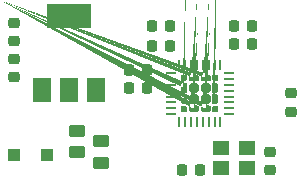
<source format=gbr>
G04 #@! TF.GenerationSoftware,KiCad,Pcbnew,6.0.4+dfsg-1+b1*
G04 #@! TF.CreationDate,2022-05-02T16:53:39-04:00*
G04 #@! TF.ProjectId,PortaNet,506f7274-614e-4657-942e-6b696361645f,4.0*
G04 #@! TF.SameCoordinates,Original*
G04 #@! TF.FileFunction,Paste,Top*
G04 #@! TF.FilePolarity,Positive*
%FSLAX46Y46*%
G04 Gerber Fmt 4.6, Leading zero omitted, Abs format (unit mm)*
G04 Created by KiCad (PCBNEW 6.0.4+dfsg-1+b1) date 2022-05-02 16:53:39*
%MOMM*%
%LPD*%
G01*
G04 APERTURE LIST*
G04 Aperture macros list*
%AMRoundRect*
0 Rectangle with rounded corners*
0 $1 Rounding radius*
0 $2 $3 $4 $5 $6 $7 $8 $9 X,Y pos of 4 corners*
0 Add a 4 corners polygon primitive as box body*
4,1,4,$2,$3,$4,$5,$6,$7,$8,$9,$2,$3,0*
0 Add four circle primitives for the rounded corners*
1,1,$1+$1,$2,$3*
1,1,$1+$1,$4,$5*
1,1,$1+$1,$6,$7*
1,1,$1+$1,$8,$9*
0 Add four rect primitives between the rounded corners*
20,1,$1+$1,$2,$3,$4,$5,0*
20,1,$1+$1,$4,$5,$6,$7,0*
20,1,$1+$1,$6,$7,$8,$9,0*
20,1,$1+$1,$8,$9,$2,$3,0*%
%AMFreePoly0*
4,1,51,0.327450,0.260031,0.331254,0.260702,0.334599,0.258771,0.345896,0.256779,0.363205,0.242255,0.382768,0.230960,0.385451,0.223587,0.391463,0.218543,0.395386,0.196292,0.403113,0.175064,0.403113,-0.103025,0.402175,-0.108344,0.402781,-0.110605,0.401166,-0.114069,0.397869,-0.132767,0.385665,-0.147310,0.377643,-0.164515,0.305603,-0.236554,0.301181,-0.239651,0.300010,-0.241678,
0.296417,-0.242986,0.280864,-0.253876,0.261952,-0.255530,0.244114,-0.262023,-0.244114,-0.262023,-0.249430,-0.261086,-0.251692,-0.261692,-0.255158,-0.260076,-0.273856,-0.256779,-0.288398,-0.244576,-0.305603,-0.236554,-0.377643,-0.164515,-0.380740,-0.160092,-0.382768,-0.158921,-0.384076,-0.155329,-0.394966,-0.139776,-0.396621,-0.120862,-0.403113,-0.103025,-0.403113,0.175064,-0.401121,0.186360,
-0.401792,0.190164,-0.399861,0.193509,-0.397869,0.204806,-0.383345,0.222115,-0.372050,0.241678,-0.364677,0.244361,-0.359633,0.250373,-0.337382,0.254296,-0.316154,0.262023,0.316154,0.262023,0.327450,0.260031,0.327450,0.260031,$1*%
%AMFreePoly1*
4,1,48,0.167798,0.256593,0.185367,0.256593,0.199581,0.246266,0.216293,0.240836,0.226621,0.226621,0.240836,0.216293,0.246266,0.199581,0.256593,0.185367,0.256593,0.167798,0.262023,0.151086,0.262023,-0.059182,0.259257,-0.067696,0.260657,-0.076536,0.248864,-0.099680,0.240836,-0.124389,0.233594,-0.129651,0.229530,-0.137626,0.137626,-0.229530,0.129651,-0.233594,0.124389,-0.240836,
0.099682,-0.248864,0.076537,-0.260657,0.067696,-0.259257,0.059182,-0.262023,-0.151086,-0.262023,-0.167798,-0.256593,-0.185367,-0.256593,-0.199581,-0.246266,-0.216293,-0.240836,-0.226621,-0.226621,-0.240836,-0.216293,-0.246266,-0.199581,-0.256593,-0.185367,-0.256593,-0.167798,-0.262023,-0.151086,-0.262023,0.151086,-0.256593,0.167798,-0.256593,0.185367,-0.246266,0.199581,-0.240836,0.216293,
-0.226621,0.226621,-0.216293,0.240836,-0.199581,0.246266,-0.185367,0.256593,-0.167798,0.256593,-0.151086,0.262023,0.151086,0.262023,0.167798,0.256593,0.167798,0.256593,$1*%
%AMFreePoly2*
4,1,51,0.108341,0.402176,0.110604,0.402782,0.114071,0.401165,0.132767,0.397869,0.147310,0.385666,0.164515,0.377643,0.236554,0.305603,0.239651,0.301181,0.241678,0.300010,0.242986,0.296417,0.253876,0.280864,0.255530,0.261953,0.262023,0.244114,0.262023,-0.244114,0.261086,-0.249430,0.261692,-0.251692,0.260076,-0.255158,0.256779,-0.273856,0.244576,-0.288398,0.236554,-0.305603,
0.164515,-0.377643,0.160092,-0.380740,0.158921,-0.382768,0.155329,-0.384076,0.139776,-0.394966,0.120862,-0.396621,0.103025,-0.403113,-0.175064,-0.403113,-0.186360,-0.401121,-0.190164,-0.401792,-0.193509,-0.399861,-0.204806,-0.397869,-0.222115,-0.383345,-0.241678,-0.372050,-0.244361,-0.364677,-0.250373,-0.359633,-0.254296,-0.337382,-0.262023,-0.316154,-0.262023,0.316154,-0.260031,0.327450,
-0.260702,0.331254,-0.258771,0.334599,-0.256779,0.345896,-0.242255,0.363205,-0.230960,0.382768,-0.223587,0.385451,-0.218543,0.391463,-0.196292,0.395386,-0.175064,0.403113,0.103025,0.403113,0.108341,0.402176,0.108341,0.402176,$1*%
%AMFreePoly3*
4,1,48,0.067696,0.259257,0.076537,0.260657,0.099682,0.248864,0.124389,0.240836,0.129651,0.233594,0.137626,0.229530,0.229530,0.137626,0.233594,0.129651,0.240836,0.124389,0.248864,0.099680,0.260657,0.076536,0.259257,0.067696,0.262023,0.059182,0.262023,-0.151086,0.256593,-0.167798,0.256593,-0.185367,0.246266,-0.199581,0.240836,-0.216293,0.226621,-0.226621,0.216293,-0.240836,
0.199581,-0.246266,0.185367,-0.256593,0.167798,-0.256593,0.151086,-0.262023,-0.151086,-0.262023,-0.167798,-0.256593,-0.185367,-0.256593,-0.199581,-0.246266,-0.216293,-0.240836,-0.226621,-0.226621,-0.240836,-0.216293,-0.246266,-0.199581,-0.256593,-0.185367,-0.256593,-0.167798,-0.262023,-0.151086,-0.262023,0.151086,-0.256593,0.167798,-0.256593,0.185367,-0.246266,0.199581,-0.240836,0.216293,
-0.226621,0.226621,-0.216293,0.240836,-0.199581,0.246266,-0.185367,0.256593,-0.167798,0.256593,-0.151086,0.262023,0.059182,0.262023,0.067696,0.259257,0.067696,0.259257,$1*%
%AMFreePoly4*
4,1,51,0.186360,0.401121,0.190164,0.401792,0.193509,0.399861,0.204806,0.397869,0.222115,0.383345,0.241678,0.372050,0.244361,0.364677,0.250373,0.359633,0.254296,0.337382,0.262023,0.316154,0.262023,-0.316154,0.260031,-0.327450,0.260702,-0.331254,0.258771,-0.334599,0.256779,-0.345896,0.242255,-0.363205,0.230960,-0.382768,0.223587,-0.385451,0.218543,-0.391463,0.196292,-0.395386,
0.175064,-0.403113,-0.103025,-0.403113,-0.108344,-0.402175,-0.110605,-0.402781,-0.114069,-0.401166,-0.132767,-0.397869,-0.147310,-0.385665,-0.164515,-0.377643,-0.236554,-0.305603,-0.239651,-0.301181,-0.241678,-0.300010,-0.242986,-0.296417,-0.253876,-0.280864,-0.255530,-0.261952,-0.262023,-0.244114,-0.262023,0.244114,-0.261086,0.249430,-0.261692,0.251692,-0.260076,0.255158,-0.256779,0.273856,
-0.244576,0.288398,-0.236554,0.305603,-0.164515,0.377643,-0.160092,0.380740,-0.158921,0.382768,-0.155329,0.384076,-0.139776,0.394966,-0.120862,0.396621,-0.103025,0.403113,0.175064,0.403113,0.186360,0.401121,0.186360,0.401121,$1*%
%AMFreePoly5*
4,1,51,0.249430,0.261086,0.251692,0.261692,0.255158,0.260076,0.273856,0.256779,0.288398,0.244576,0.305603,0.236554,0.377643,0.164515,0.380740,0.160092,0.382768,0.158921,0.384076,0.155329,0.394966,0.139776,0.396621,0.120862,0.403113,0.103025,0.403113,-0.175064,0.401121,-0.186360,0.401792,-0.190164,0.399861,-0.193509,0.397869,-0.204806,0.383345,-0.222115,0.372050,-0.241678,
0.364677,-0.244361,0.359633,-0.250373,0.337382,-0.254296,0.316154,-0.262023,-0.316154,-0.262023,-0.327450,-0.260031,-0.331254,-0.260702,-0.334599,-0.258771,-0.345896,-0.256779,-0.363205,-0.242255,-0.382768,-0.230960,-0.385451,-0.223587,-0.391463,-0.218543,-0.395386,-0.196292,-0.403113,-0.175064,-0.403113,0.103025,-0.402176,0.108341,-0.402782,0.110604,-0.401165,0.114071,-0.397869,0.132767,
-0.385666,0.147310,-0.377643,0.164515,-0.305603,0.236554,-0.301181,0.239651,-0.300010,0.241678,-0.296417,0.242986,-0.280864,0.253876,-0.261953,0.255530,-0.244114,0.262023,0.244114,0.262023,0.249430,0.261086,0.249430,0.261086,$1*%
%AMFreePoly6*
4,1,48,0.167798,0.256593,0.185367,0.256593,0.199581,0.246266,0.216293,0.240836,0.226621,0.226621,0.240836,0.216293,0.246266,0.199581,0.256593,0.185367,0.256593,0.167798,0.262023,0.151086,0.262023,-0.151086,0.256593,-0.167798,0.256593,-0.185367,0.246266,-0.199581,0.240836,-0.216293,0.226621,-0.226621,0.216293,-0.240836,0.199581,-0.246266,0.185367,-0.256593,0.167798,-0.256593,
0.151086,-0.262023,-0.059182,-0.262023,-0.067696,-0.259257,-0.076536,-0.260657,-0.099680,-0.248864,-0.124389,-0.240836,-0.129651,-0.233594,-0.137626,-0.229530,-0.229530,-0.137626,-0.233594,-0.129651,-0.240836,-0.124389,-0.248864,-0.099682,-0.260657,-0.076537,-0.259257,-0.067696,-0.262023,-0.059182,-0.262023,0.151086,-0.256593,0.167798,-0.256593,0.185367,-0.246266,0.199581,-0.240836,0.216293,
-0.226621,0.226621,-0.216293,0.240836,-0.199581,0.246266,-0.185367,0.256593,-0.167798,0.256593,-0.151086,0.262023,0.151086,0.262023,0.167798,0.256593,0.167798,0.256593,$1*%
%AMFreePoly7*
4,1,48,0.167798,0.256593,0.185367,0.256593,0.199581,0.246266,0.216293,0.240836,0.226621,0.226621,0.240836,0.216293,0.246266,0.199581,0.256593,0.185367,0.256593,0.167798,0.262023,0.151086,0.262023,-0.151086,0.256593,-0.167798,0.256593,-0.185367,0.246266,-0.199581,0.240836,-0.216293,0.226621,-0.226621,0.216293,-0.240836,0.199581,-0.246266,0.185367,-0.256593,0.167798,-0.256593,
0.151086,-0.262023,-0.151086,-0.262023,-0.167798,-0.256593,-0.185367,-0.256593,-0.199581,-0.246266,-0.216293,-0.240836,-0.226621,-0.226621,-0.240836,-0.216293,-0.246266,-0.199581,-0.256593,-0.185367,-0.256593,-0.167798,-0.262023,-0.151086,-0.262023,0.059182,-0.259257,0.067696,-0.260657,0.076537,-0.248864,0.099682,-0.240836,0.124389,-0.233594,0.129651,-0.229530,0.137626,-0.137626,0.229530,
-0.129651,0.233594,-0.124389,0.240836,-0.099680,0.248864,-0.076536,0.260657,-0.067696,0.259257,-0.059182,0.262023,0.151086,0.262023,0.167798,0.256593,0.167798,0.256593,$1*%
G04 Aperture macros list end*
%ADD10RoundRect,0.250000X0.450000X-0.262500X0.450000X0.262500X-0.450000X0.262500X-0.450000X-0.262500X0*%
%ADD11RoundRect,0.225000X0.225000X0.250000X-0.225000X0.250000X-0.225000X-0.250000X0.225000X-0.250000X0*%
%ADD12RoundRect,0.250000X-0.325000X-0.450000X0.325000X-0.450000X0.325000X0.450000X-0.325000X0.450000X0*%
%ADD13RoundRect,0.225000X-0.250000X0.225000X-0.250000X-0.225000X0.250000X-0.225000X0.250000X0.225000X0*%
%ADD14FreePoly0,180.000000*%
%ADD15RoundRect,0.201557X0.201556X0.201556X-0.201556X0.201556X-0.201556X-0.201556X0.201556X-0.201556X0*%
%ADD16FreePoly1,180.000000*%
%ADD17FreePoly2,180.000000*%
%ADD18FreePoly3,180.000000*%
%ADD19FreePoly4,180.000000*%
%ADD20FreePoly5,180.000000*%
%ADD21FreePoly6,180.000000*%
%ADD22FreePoly7,180.000000*%
%ADD23RoundRect,0.062500X0.375000X0.062500X-0.375000X0.062500X-0.375000X-0.062500X0.375000X-0.062500X0*%
%ADD24RoundRect,0.062500X0.062500X0.375000X-0.062500X0.375000X-0.062500X-0.375000X0.062500X-0.375000X0*%
%ADD25RoundRect,0.225000X0.250000X-0.225000X0.250000X0.225000X-0.250000X0.225000X-0.250000X-0.225000X0*%
%ADD26R,1.500000X2.000000*%
%ADD27R,3.800000X2.000000*%
%ADD28R,1.400000X1.200000*%
%ADD29R,1.100000X1.100000*%
G04 APERTURE END LIST*
D10*
X152400000Y-74525500D03*
X152400000Y-76350500D03*
X154432000Y-77239500D03*
X154432000Y-75414500D03*
D11*
X160287000Y-67310000D03*
X158737000Y-67310000D03*
X160287000Y-65659000D03*
X158737000Y-65659000D03*
X167272000Y-67183000D03*
X165722000Y-67183000D03*
X165722000Y-65659000D03*
X167272000Y-65659000D03*
D12*
X174253000Y-72898000D03*
X172203000Y-72898000D03*
D11*
X158382000Y-70866000D03*
X156832000Y-70866000D03*
D13*
X175895000Y-72885000D03*
X175895000Y-74435000D03*
D11*
X158382000Y-69342000D03*
X156832000Y-69342000D03*
D14*
X162314000Y-72699000D03*
D15*
X162314000Y-71874000D03*
D14*
X163314000Y-72699000D03*
D15*
X163314000Y-70874000D03*
D16*
X164139000Y-72699000D03*
D17*
X164139000Y-71874000D03*
D18*
X164139000Y-70049000D03*
D19*
X161489000Y-70874000D03*
X161489000Y-71874000D03*
D15*
X162314000Y-70874000D03*
D20*
X163314000Y-70049000D03*
D21*
X161489000Y-72699000D03*
D17*
X164139000Y-70874000D03*
D20*
X162314000Y-70049000D03*
D15*
X163314000Y-71874000D03*
D22*
X161489000Y-70049000D03*
D23*
X165251500Y-73124000D03*
X165251500Y-72624000D03*
X165251500Y-72124000D03*
X165251500Y-71624000D03*
X165251500Y-71124000D03*
X165251500Y-70624000D03*
X165251500Y-70124000D03*
X165251500Y-69624000D03*
D24*
X164564000Y-68936500D03*
X164064000Y-68936500D03*
X163564000Y-68936500D03*
X163064000Y-68936500D03*
X162564000Y-68936500D03*
X162064000Y-68936500D03*
X161564000Y-68936500D03*
X161064000Y-68936500D03*
D23*
X160376500Y-69624000D03*
X160376500Y-70124000D03*
X160376500Y-70624000D03*
X160376500Y-71124000D03*
X160376500Y-71624000D03*
X160376500Y-72124000D03*
X160376500Y-72624000D03*
X160376500Y-73124000D03*
D24*
X161064000Y-73811500D03*
X161564000Y-73811500D03*
X162064000Y-73811500D03*
X162564000Y-73811500D03*
X163064000Y-73811500D03*
X163564000Y-73811500D03*
X164064000Y-73811500D03*
X164564000Y-73811500D03*
D25*
X147066000Y-68440000D03*
X147066000Y-69990000D03*
D26*
X154065000Y-71095000D03*
D27*
X151765000Y-64795000D03*
D26*
X151765000Y-71095000D03*
X149465000Y-71095000D03*
D25*
X170561000Y-71361000D03*
X170561000Y-72911000D03*
D28*
X164635000Y-77685000D03*
X166835000Y-77685000D03*
X166835000Y-75985000D03*
X164635000Y-75985000D03*
D13*
X168783000Y-76314000D03*
X168783000Y-77864000D03*
D11*
X162827000Y-77851000D03*
X161277000Y-77851000D03*
D25*
X147066000Y-66942000D03*
X147066000Y-65392000D03*
D29*
X149863000Y-76581000D03*
X147063000Y-76581000D03*
M02*

</source>
